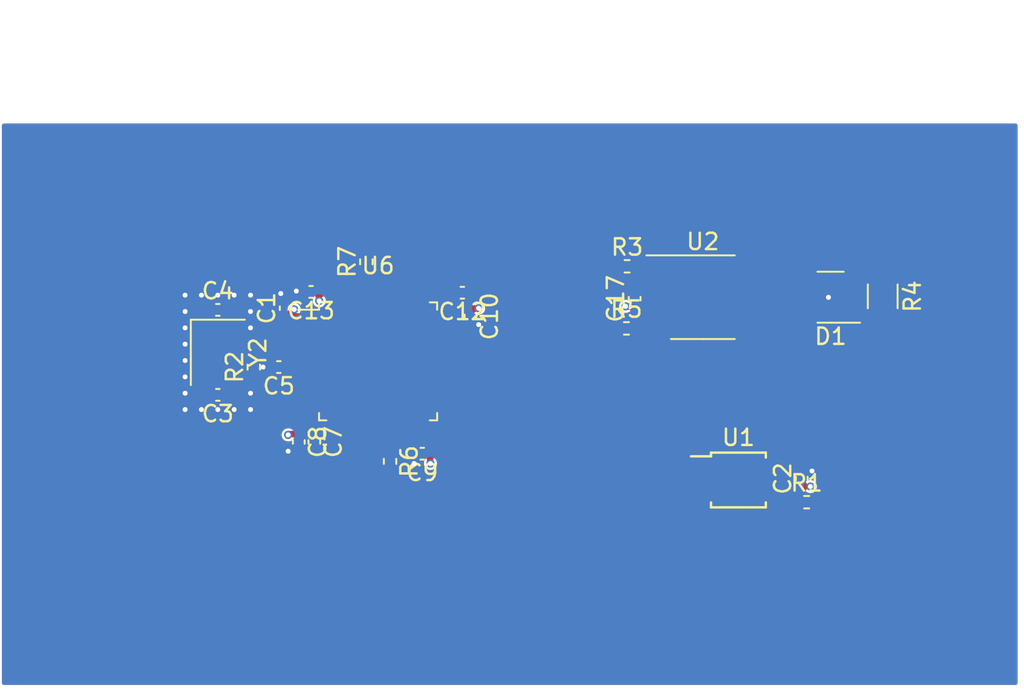
<source format=kicad_pcb>
(kicad_pcb (version 20221018) (generator pcbnew)
  (layers (0 "F.Cu" signal) (1 "In1.Cu" signal) (2 "In2.Cu" signal) (31 "B.Cu" signal) (34 "B.Paste" user) (35 "F.Paste" user) (36 "B.SilkS" user "B.Silkscreen") (37 "F.SilkS" user "F.Silkscreen") (38 "B.Mask" user) (39 "F.Mask" user) (44 "Edge.Cuts" user))
  (net 0 "")
  (net 1 "/D+")
  (net 2 "/D-")
  (net 3 "GND")
  (net 5 "/BOOT0")
  (net 6 "+3V3")
  (net 7 "/USART1_RX")
  (net 8 "/USART1_TX")
  (net 9 "Net-(U2-D)")
  (net 10 "Net-(U2-R)")
  (net 13 "/OSC_IN")
  (net 14 "/OSC_OUT")
  (net 15 "/NRST")
  (net 28 "/BOOT1")
  (net 30 "/CANH")
  (net 31 "/CANL")
  (net 40 "/CAN_RX")
  (net 49 "/CAN_TX")
  (net 50 "Net-(C3-Pad1)")
  (footprint "Capacitor_SMD:C_0402_1005Metric" (layer "F.Cu") (at 133.2 73.85)
    (fp_text reference "C4" (at 0 -1.16) (layer "F.SilkS"))
    (fp_text value "20p")
    (fp_line (start -0.107836 -0.36) (end 0.107836 -0.36) (stroke (width 0.12)) (layer "F.SilkS"))
    (fp_line (start -0.107836 0.36) (end 0.107836 0.36) (stroke (width 0.12)) (layer "F.SilkS"))
    (pad "1" smd roundrect (at -0.48 0) (size 0.56 0.62) (layers "F.Cu" "F.Paste" "F.Mask") (net 13 "/OSC_IN"))
    (pad "2" smd roundrect (at 0.48 0) (size 0.56 0.62) (layers "F.Cu" "F.Paste" "F.Mask") (net 3 "GND"))
  )
  (footprint "Capacitor_SMD:C_0402_1005Metric" (layer "F.Cu") (at 133.2 79.05 180)
    (fp_text reference "C3" (at 0 -1.16) (layer "F.SilkS"))
    (fp_text value "20p")
    (fp_line (start -0.107836 -0.36) (end 0.107836 -0.36) (stroke (width 0.12)) (layer "F.SilkS"))
    (fp_line (start -0.107836 0.36) (end 0.107836 0.36) (stroke (width 0.12)) (layer "F.SilkS"))
    (pad "1" smd roundrect (at -0.48 0 180) (size 0.56 0.62) (layers "F.Cu" "F.Paste" "F.Mask") (net 50 "Net-(C3-Pad1)"))
    (pad "2" smd roundrect (at 0.48 0 180) (size 0.56 0.62) (layers "F.Cu" "F.Paste" "F.Mask") (net 3 "GND"))
  )
  (footprint "Resistor_SMD:R_0402_1005Metric" (layer "F.Cu") (at 169.203954 85.618896)
    (fp_text reference "R1" (at 0 -1.17) (layer "F.SilkS"))
    (fp_text value "4.7K")
    (fp_line (start -0.153641 -0.38) (end 0.153641 -0.38) (stroke (width 0.12)) (layer "F.SilkS"))
    (fp_line (start -0.153641 0.38) (end 0.153641 0.38) (stroke (width 0.12)) (layer "F.SilkS"))
    (pad "1" smd roundrect (at -0.51 0) (size 0.54 0.64) (layers "F.Cu" "F.Paste" "F.Mask") (net 5 "/BOOT0"))
    (pad "2" smd roundrect (at 0.51 0) (size 0.54 0.64) (layers "F.Cu" "F.Paste" "F.Mask") (net 3 "GND"))
  )
  (footprint "Capacitor_SMD:C_0402_1005Metric" (layer "F.Cu") (at 158.686454 73.163896 90)
    (fp_text reference "C17" (at 0 -1.16 90) (layer "F.SilkS"))
    (fp_text value "100n")
    (fp_line (start -0.107836 -0.36) (end 0.107836 -0.36) (stroke (width 0.12)) (layer "F.SilkS"))
    (fp_line (start -0.107836 0.36) (end 0.107836 0.36) (stroke (width 0.12)) (layer "F.SilkS"))
    (pad "1" smd roundrect (at -0.48 0 90) (size 0.56 0.62) (layers "F.Cu" "F.Paste" "F.Mask") (net 6 "+3V3"))
    (pad "2" smd roundrect (at 0.48 0 90) (size 0.56 0.62) (layers "F.Cu" "F.Paste" "F.Mask") (net 3 "GND"))
  )
  (footprint "Resistor_SMD:R_1206_3216Metric" (layer "F.Cu") (at 173.854477 73.024448 -90)
    (fp_text reference "R4" (at 0 -1.82 90) (layer "F.SilkS"))
    (fp_text value "120R")
    (fp_line (start -0.727064 -0.91) (end 0.727064 -0.91) (stroke (width 0.12)) (layer "F.SilkS"))
    (fp_line (start -0.727064 0.91) (end 0.727064 0.91) (stroke (width 0.12)) (layer "F.SilkS"))
    (pad "1" smd roundrect (at -1.4625 0 270) (size 1.125 1.75) (layers "F.Cu" "F.Paste" "F.Mask") (roundrect_rratio 0.222222) (net 30 "/CANH"))
    (pad "2" smd roundrect (at 1.4625 0 270) (size 1.125 1.75) (layers "F.Cu" "F.Paste" "F.Mask") (roundrect_rratio 0.222222) (net 31 "/CANL"))
  )
  (footprint "Resistor_SMD:R_0402_1005Metric" (layer "F.Cu") (at 158.186454 74.983896)
    (fp_text reference "R5" (at 0 -1.17) (layer "F.SilkS"))
    (fp_text value "1K")
    (fp_line (start -0.153641 -0.38) (end 0.153641 -0.38) (stroke (width 0.12)) (layer "F.SilkS"))
    (fp_line (start -0.153641 0.38) (end 0.153641 0.38) (stroke (width 0.12)) (layer "F.SilkS"))
    (pad "1" smd roundrect (at -0.51 0) (size 0.54 0.64) (layers "F.Cu" "F.Paste" "F.Mask") (net 40 "/CAN_RX"))
    (pad "2" smd roundrect (at 0.51 0) (size 0.54 0.64) (layers "F.Cu" "F.Paste" "F.Mask") (net 10 "Net-(U2-R)"))
  )
  (footprint "Package_SO:SOIC-8_3.9x4.9mm_P1.27mm" (layer "F.Cu") (at 162.856977 73.074448)
    (fp_text reference "U2" (at 0 -3.4) (layer "F.SilkS"))
    (fp_text value "SN65HVD230")
    (fp_line (start 0 -2.56) (end -3.45 -2.56) (stroke (width 0.12)) (layer "F.SilkS"))
    (fp_line (start 0 -2.56) (end 1.95 -2.56) (stroke (width 0.12)) (layer "F.SilkS"))
    (fp_line (start 0 2.56) (end -1.95 2.56) (stroke (width 0.12)) (layer "F.SilkS"))
    (fp_line (start 0 2.56) (end 1.95 2.56) (stroke (width 0.12)) (layer "F.SilkS"))
    (pad "1" smd roundrect (at -2.475 -1.905) (size 1.95 0.6) (layers "F.Cu" "F.Paste" "F.Mask") (net 9 "Net-(U2-D)"))
    (pad "2" smd roundrect (at -2.475 -0.635) (size 1.95 0.6) (layers "F.Cu" "F.Paste" "F.Mask") (net 3 "GND"))
    (pad "3" smd roundrect (at -2.475 0.635) (size 1.95 0.6) (layers "F.Cu" "F.Paste" "F.Mask") (net 6 "+3V3"))
    (pad "4" smd roundrect (at -2.475 1.905) (size 1.95 0.6) (layers "F.Cu" "F.Paste" "F.Mask") (net 10 "Net-(U2-R)"))
    (pad "5" smd roundrect (at 2.475 1.905) (size 1.95 0.6) (layers "F.Cu" "F.Paste" "F.Mask"))
    (pad "6" smd roundrect (at 2.475 0.635) (size 1.95 0.6) (layers "F.Cu" "F.Paste" "F.Mask") (net 31 "/CANL"))
    (pad "7" smd roundrect (at 2.475 -0.635) (size 1.95 0.6) (layers "F.Cu" "F.Paste" "F.Mask") (net 30 "/CANH"))
    (pad "8" smd roundrect (at 2.475 -1.905) (size 1.95 0.6) (layers "F.Cu" "F.Paste" "F.Mask") (net 3 "GND"))
  )
  (footprint "Crystal:Crystal_SMD_3225-4Pin_3.2x2.5mm" (layer "F.Cu") (at 133.2 76.45 -90)
    (fp_text reference "Y2" (at 0 -2.45 90) (layer "F.SilkS"))
    (fp_text value "X322512MSB4SI")
    (fp_line (start -2 -1.65) (end -2 1.65) (stroke (width 0.12)) (layer "F.SilkS"))
    (fp_line (start -2 1.65) (end 2 1.65) (stroke (width 0.12)) (layer "F.SilkS"))
    (pad "1" smd rect (at -1.1 0.85 270) (size 1.4 1.2) (layers "F.Cu" "F.Paste" "F.Mask") (net 13 "/OSC_IN"))
    (pad "2" smd rect (at 1.1 0.85 270) (size 1.4 1.2) (layers "F.Cu" "F.Paste" "F.Mask") (net 3 "GND"))
    (pad "3" smd rect (at 1.1 -0.85 270) (size 1.4 1.2) (layers "F.Cu" "F.Paste" "F.Mask") (net 50 "Net-(C3-Pad1)"))
    (pad "4" smd rect (at -1.1 -0.85 270) (size 1.4 1.2) (layers "F.Cu" "F.Paste" "F.Mask") (net 3 "GND"))
  )
  (footprint "Resistor_SMD:R_0402_1005Metric" (layer "F.Cu") (at 142.281977 70.909448 90)
    (fp_text reference "R7" (at 0 -1.17 90) (layer "F.SilkS"))
    (fp_text value "10K")
    (fp_line (start -0.153641 -0.38) (end 0.153641 -0.38) (stroke (width 0.12)) (layer "F.SilkS"))
    (fp_line (start -0.153641 0.38) (end 0.153641 0.38) (stroke (width 0.12)) (layer "F.SilkS"))
    (pad "1" smd roundrect (at -0.51 0 90) (size 0.54 0.64) (layers "F.Cu" "F.Paste" "F.Mask") (net 5 "/BOOT0"))
    (pad "2" smd roundrect (at 0.51 0 90) (size 0.54 0.64) (layers "F.Cu" "F.Paste" "F.Mask") (net 3 "GND"))
  )
  (footprint "Resistor_SMD:R_0402_1005Metric" (layer "F.Cu") (at 143.731977 83.119448 -90)
    (fp_text reference "R6" (at 0 -1.17 90) (layer "F.SilkS"))
    (fp_text value "10K")
    (fp_line (start -0.153641 -0.38) (end 0.153641 -0.38) (stroke (width 0.12)) (layer "F.SilkS"))
    (fp_line (start -0.153641 0.38) (end 0.153641 0.38) (stroke (width 0.12)) (layer "F.SilkS"))
    (pad "1" smd roundrect (at -0.51 0 270) (size 0.54 0.64) (layers "F.Cu" "F.Paste" "F.Mask") (net 28 "/BOOT1"))
    (pad "2" smd roundrect (at 0.51 0 270) (size 0.54 0.64) (layers "F.Cu" "F.Paste" "F.Mask") (net 3 "GND"))
  )
  (footprint "Capacitor_SMD:C_0402_1005Metric" (layer "F.Cu") (at 138.15 81.93 -90)
    (fp_text reference "C8" (at 0 -1.16 90) (layer "F.SilkS"))
    (fp_text value "1u")
    (fp_line (start -0.107836 -0.36) (end 0.107836 -0.36) (stroke (width 0.12)) (layer "F.SilkS"))
    (fp_line (start -0.107836 0.36) (end 0.107836 0.36) (stroke (width 0.12)) (layer "F.SilkS"))
    (pad "1" smd roundrect (at -0.48 0 270) (size 0.56 0.62) (layers "F.Cu" "F.Paste" "F.Mask") (net 6 "+3V3"))
    (pad "2" smd roundrect (at 0.48 0 270) (size 0.56 0.62) (layers "F.Cu" "F.Paste" "F.Mask") (net 3 "GND"))
  )
  (footprint "Capacitor_SMD:C_0402_1005Metric" (layer "F.Cu") (at 136.93 77.35 180)
    (fp_text reference "C5" (at 0 -1.16) (layer "F.SilkS"))
    (fp_text value "100n")
    (fp_line (start -0.107836 -0.36) (end 0.107836 -0.36) (stroke (width 0.12)) (layer "F.SilkS"))
    (fp_line (start -0.107836 0.36) (end 0.107836 0.36) (stroke (width 0.12)) (layer "F.SilkS"))
    (pad "1" smd roundrect (at -0.48 0 180) (size 0.56 0.62) (layers "F.Cu" "F.Paste" "F.Mask") (net 15 "/NRST"))
    (pad "2" smd roundrect (at 0.48 0 180) (size 0.56 0.62) (layers "F.Cu" "F.Paste" "F.Mask") (net 3 "GND"))
  )
  (footprint "Capacitor_SMD:C_0402_1005Metric" (layer "F.Cu") (at 139.1 81.93 -90)
    (fp_text reference "C7" (at 0 -1.16 90) (layer "F.SilkS"))
    (fp_text value "10n")
    (fp_line (start -0.107836 -0.36) (end 0.107836 -0.36) (stroke (width 0.12)) (layer "F.SilkS"))
    (fp_line (start -0.107836 0.36) (end 0.107836 0.36) (stroke (width 0.12)) (layer "F.SilkS"))
    (pad "1" smd roundrect (at -0.48 0 270) (size 0.56 0.62) (layers "F.Cu" "F.Paste" "F.Mask") (net 6 "+3V3"))
    (pad "2" smd roundrect (at 0.48 0 270) (size 0.56 0.62) (layers "F.Cu" "F.Paste" "F.Mask") (net 3 "GND"))
  )
  (footprint "Resistor_SMD:R_0402_1005Metric" (layer "F.Cu") (at 158.226454 71.183896)
    (fp_text reference "R3" (at 0 -1.17) (layer "F.SilkS"))
    (fp_text value "1K")
    (fp_line (start -0.153641 -0.38) (end 0.153641 -0.38) (stroke (width 0.12)) (layer "F.SilkS"))
    (fp_line (start -0.153641 0.38) (end 0.153641 0.38) (stroke (width 0.12)) (layer "F.SilkS"))
    (pad "1" smd roundrect (at -0.51 0) (size 0.54 0.64) (layers "F.Cu" "F.Paste" "F.Mask") (net 49 "/CAN_TX"))
    (pad "2" smd roundrect (at 0.51 0) (size 0.54 0.64) (layers "F.Cu" "F.Paste" "F.Mask") (net 9 "Net-(U2-D)"))
  )
  (footprint "Capacitor_SMD:C_0402_1005Metric" (layer "F.Cu") (at 138.9 72.75 180)
    (fp_text reference "C13" (at 0 -1.16) (layer "F.SilkS"))
    (fp_text value "100n")
    (fp_line (start -0.107836 -0.36) (end 0.107836 -0.36) (stroke (width 0.12)) (layer "F.SilkS"))
    (fp_line (start -0.107836 0.36) (end 0.107836 0.36) (stroke (width 0.12)) (layer "F.SilkS"))
    (pad "1" smd roundrect (at -0.48 0 180) (size 0.56 0.62) (layers "F.Cu" "F.Paste" "F.Mask") (net 6 "+3V3"))
    (pad "2" smd roundrect (at 0.48 0 180) (size 0.56 0.62) (layers "F.Cu" "F.Paste" "F.Mask") (net 3 "GND"))
  )
  (footprint "Capacitor_SMD:C_0402_1005Metric" (layer "F.Cu") (at 145.7 82.65 180)
    (fp_text reference "C9" (at 0 -1.16) (layer "F.SilkS"))
    (fp_text value "100n")
    (fp_line (start -0.107836 -0.36) (end 0.107836 -0.36) (stroke (width 0.12)) (layer "F.SilkS"))
    (fp_line (start -0.107836 0.36) (end 0.107836 0.36) (stroke (width 0.12)) (layer "F.SilkS"))
    (pad "1" smd roundrect (at -0.48 0 180) (size 0.56 0.62) (layers "F.Cu" "F.Paste" "F.Mask") (net 6 "+3V3"))
    (pad "2" smd roundrect (at 0.48 0 180) (size 0.56 0.62) (layers "F.Cu" "F.Paste" "F.Mask") (net 3 "GND"))
  )
  (footprint "Package_SO:MSOP-10_3x3mm_P0.5mm" (layer "F.Cu") (at 165.031977 84.259448)
    (fp_text reference "U1" (at 0 -2.6) (layer "F.SilkS"))
    (fp_text value "CH340X")
    (fp_line (start -1.675 -1.675) (end -1.675 -1.45) (stroke (width 0.15)) (layer "F.SilkS"))
    (fp_line (start -1.675 -1.675) (end 1.675 -1.675) (stroke (width 0.15)) (layer "F.SilkS"))
    (fp_line (start -1.675 -1.45) (end -2.9 -1.45) (stroke (width 0.15)) (layer "F.SilkS"))
    (fp_line (start -1.675 1.675) (end -1.675 1.375) (stroke (width 0.15)) (layer "F.SilkS"))
    (fp_line (start -1.675 1.675) (end 1.675 1.675) (stroke (width 0.15)) (layer "F.SilkS"))
    (fp_line (start 1.675 -1.675) (end 1.675 -1.375) (stroke (width 0.15)) (layer "F.SilkS"))
    (fp_line (start 1.675 1.675) (end 1.675 1.375) (stroke (width 0.15)) (layer "F.SilkS"))
    (pad "1" smd rect (at -2.2 -1) (size 1.4 0.3) (layers "F.Cu" "F.Paste" "F.Mask") (net 1 "/D+"))
    (pad "2" smd rect (at -2.2 -0.5) (size 1.4 0.3) (layers "F.Cu" "F.Paste" "F.Mask") (net 2 "/D-"))
    (pad "3" smd rect (at -2.2 0) (size 1.4 0.3) (layers "F.Cu" "F.Paste" "F.Mask") (net 3 "GND"))
    (pad "4" smd rect (at -2.2 0.5) (size 1.4 0.3) (layers "F.Cu" "F.Paste" "F.Mask") (net 15 "/NRST"))
    (pad "5" smd rect (at -2.2 1) (size 1.4 0.3) (layers "F.Cu" "F.Paste" "F.Mask"))
    (pad "6" smd rect (at 2.2 1) (size 1.4 0.3) (layers "F.Cu" "F.Paste" "F.Mask") (net 5 "/BOOT0"))
    (pad "7" smd rect (at 2.2 0.5) (size 1.4 0.3) (layers "F.Cu" "F.Paste" "F.Mask") (net 6 "+3V3"))
    (pad "8" smd rect (at 2.2 0) (size 1.4 0.3) (layers "F.Cu" "F.Paste" "F.Mask") (net 7 "/USART1_RX"))
    (pad "9" smd rect (at 2.2 -0.5) (size 1.4 0.3) (layers "F.Cu" "F.Paste" "F.Mask") (net 8 "/USART1_TX"))
    (pad "10" smd rect (at 2.2 -1) (size 1.4 0.3) (layers "F.Cu" "F.Paste" "F.Mask") (net 6 "+3V3"))
  )
  (footprint "Capacitor_SMD:C_0402_1005Metric" (layer "F.Cu") (at 137.35 73.75 90)
    (fp_text reference "C1" (at 0 -1.16 90) (layer "F.SilkS"))
    (fp_text value "100n")
    (fp_line (start -0.107836 -0.36) (end 0.107836 -0.36) (stroke (width 0.12)) (layer "F.SilkS"))
    (fp_line (start -0.107836 0.36) (end 0.107836 0.36) (stroke (width 0.12)) (layer "F.SilkS"))
    (pad "1" smd roundrect (at -0.48 0 90) (size 0.56 0.62) (layers "F.Cu" "F.Paste" "F.Mask") (net 6 "+3V3"))
    (pad "2" smd roundrect (at 0.48 0 90) (size 0.56 0.62) (layers "F.Cu" "F.Paste" "F.Mask") (net 3 "GND"))
  )
  (footprint "Resistor_SMD:R_0402_1005Metric" (layer "F.Cu") (at 135.4 77.35 90)
    (fp_text reference "R2" (at 0 -1.17 90) (layer "F.SilkS"))
    (fp_text value "400R")
    (fp_line (start -0.153641 -0.38) (end 0.153641 -0.38) (stroke (width 0.12)) (layer "F.SilkS"))
    (fp_line (start -0.153641 0.38) (end 0.153641 0.38) (stroke (width 0.12)) (layer "F.SilkS"))
    (pad "1" smd roundrect (at -0.51 0 90) (size 0.54 0.64) (layers "F.Cu" "F.Paste" "F.Mask") (net 50 "Net-(C3-Pad1)"))
    (pad "2" smd roundrect (at 0.51 0 90) (size 0.54 0.64) (layers "F.Cu" "F.Paste" "F.Mask") (net 14 "/OSC_OUT"))
  )
  (footprint "Capacitor_SMD:C_0402_1005Metric" (layer "F.Cu") (at 168.903954 84.168896 90)
    (fp_text reference "C2" (at 0 -1.16 90) (layer "F.SilkS"))
    (fp_text value "1u")
    (fp_line (start -0.107836 -0.36) (end 0.107836 -0.36) (stroke (width 0.12)) (layer "F.SilkS"))
    (fp_line (start -0.107836 0.36) (end 0.107836 0.36) (stroke (width 0.12)) (layer "F.SilkS"))
    (pad "1" smd roundrect (at -0.48 0 90) (size 0.56 0.62) (layers "F.Cu" "F.Paste" "F.Mask") (net 6 "+3V3"))
    (pad "2" smd roundrect (at 0.48 0 90) (size 0.56 0.62) (layers "F.Cu" "F.Paste" "F.Mask") (net 3 "GND"))
  )
  (footprint "Package_QFP:LQFP-48_7x7mm_P0.5mm" (layer "F.Cu") (at 143 77)
    (fp_text reference "U6" (at 0 -5.85) (layer "F.SilkS"))
    (fp_text value "STM32F103C8Tx")
    (fp_line (start -3.61 -3.61) (end -3.61 -3.16) (stroke (width 0.12)) (layer "F.SilkS"))
    (fp_line (start -3.61 -3.16) (end -4.9 -3.16) (stroke (width 0.12)) (layer "F.SilkS"))
    (fp_line (start -3.61 3.61) (end -3.61 3.16) (stroke (width 0.12)) (layer "F.SilkS"))
    (fp_line (start -3.16 -3.61) (end -3.61 -3.61) (stroke (width 0.12)) (layer "F.SilkS"))
    (fp_line (start -3.16 3.61) (end -3.61 3.61) (stroke (width 0.12)) (layer "F.SilkS"))
    (fp_line (start 3.16 -3.61) (end 3.61 -3.61) (stroke (width 0.12)) (layer "F.SilkS"))
    (fp_line (start 3.16 3.61) (end 3.61 3.61) (stroke (width 0.12)) (layer "F.SilkS"))
    (fp_line (start 3.61 -3.61) (end 3.61 -3.16) (stroke (width 0.12)) (layer "F.SilkS"))
    (fp_line (start 3.61 3.61) (end 3.61 3.16) (stroke (width 0.12)) (layer "F.SilkS"))
    (pad "1" smd roundrect (at -4.1625 -2.75) (size 1.475 0.3) (layers "F.Cu" "F.Paste" "F.Mask") (net 6 "+3V3"))
    (pad "2" smd roundrect (at -4.1625 -2.25) (size 1.475 0.3) (layers "F.Cu" "F.Paste" "F.Mask"))
    (pad "3" smd roundrect (at -4.1625 -1.75) (size 1.475 0.3) (layers "F.Cu" "F.Paste" "F.Mask"))
    (pad "4" smd roundrect (at -4.1625 -1.25) (size 1.475 0.3) (layers "F.Cu" "F.Paste" "F.Mask"))
    (pad "5" smd roundrect (at -4.1625 -0.75) (size 1.475 0.3) (layers "F.Cu" "F.Paste" "F.Mask") (net 13 "/OSC_IN"))
    (pad "6" smd roundrect (at -4.1625 -0.25) (size 1.475 0.3) (layers "F.Cu" "F.Paste" "F.Mask") (net 14 "/OSC_OUT"))
    (pad "7" smd roundrect (at -4.1625 0.25) (size 1.475 0.3) (layers "F.Cu" "F.Paste" "F.Mask") (net 15 "/NRST"))
    (pad "8" smd roundrect (at -4.1625 0.75) (size 1.475 0.3) (layers "F.Cu" "F.Paste" "F.Mask") (net 3 "GND"))
    (pad "9" smd roundrect (at -4.1625 1.25) (size 1.475 0.3) (layers "F.Cu" "F.Paste" "F.Mask") (net 6 "+3V3"))
    (pad "10" smd roundrect (at -4.1625 1.75) (size 1.475 0.3) (layers "F.Cu" "F.Paste" "F.Mask"))
    (pad "11" smd roundrect (at -4.1625 2.25) (size 1.475 0.3) (layers "F.Cu" "F.Paste" "F.Mask"))
    (pad "12" smd roundrect (at -4.1625 2.75) (size 1.475 0.3) (layers "F.Cu" "F.Paste" "F.Mask"))
    (pad "13" smd roundrect (at -2.75 4.1625) (size 0.3 1.475) (layers "F.Cu" "F.Paste" "F.Mask"))
    (pad "14" smd roundrect (at -2.25 4.1625) (size 0.3 1.475) (layers "F.Cu" "F.Paste" "F.Mask"))
    (pad "15" smd roundrect (at -1.75 4.1625) (size 0.3 1.475) (layers "F.Cu" "F.Paste" "F.Mask"))
    (pad "16" smd roundrect (at -1.25 4.1625) (size 0.3 1.475) (layers "F.Cu" "F.Paste" "F.Mask"))
    (pad "17" smd roundrect (at -0.75 4.1625) (size 0.3 1.475) (layers "F.Cu" "F.Paste" "F.Mask"))
    (pad "18" smd roundrect (at -0.25 4.1625) (size 0.3 1.475) (layers "F.Cu" "F.Paste" "F.Mask"))
    (pad "19" smd roundrect (at 0.25 4.1625) (size 0.3 1.475) (layers "F.Cu" "F.Paste" "F.Mask"))
    (pad "20" smd roundrect (at 0.75 4.1625) (size 0.3 1.475) (layers "F.Cu" "F.Paste" "F.Mask") (net 28 "/BOOT1"))
    (pad "21" smd roundrect (at 1.25 4.1625) (size 0.3 1.475) (layers "F.Cu" "F.Paste" "F.Mask"))
    (pad "22" smd roundrect (at 1.75 4.1625) (size 0.3 1.475) (layers "F.Cu" "F.Paste" "F.Mask"))
    (pad "23" smd roundrect (at 2.25 4.1625) (size 0.3 1.475) (layers "F.Cu" "F.Paste" "F.Mask") (net 3 "GND"))
    (pad "24" smd roundrect (at 2.75 4.1625) (size 0.3 1.475) (layers "F.Cu" "F.Paste" "F.Mask") (net 6 "+3V3"))
    (pad "25" smd roundrect (at 4.1625 2.75) (size 1.475 0.3) (layers "F.Cu" "F.Paste" "F.Mask"))
    (pad "26" smd roundrect (at 4.1625 2.25) (size 1.475 0.3) (layers "F.Cu" "F.Paste" "F.Mask"))
    (pad "27" smd roundrect (at 4.1625 1.75) (size 1.475 0.3) (layers "F.Cu" "F.Paste" "F.Mask"))
    (pad "28" smd roundrect (at 4.1625 1.25) (size 1.475 0.3) (layers "F.Cu" "F.Paste" "F.Mask"))
    (pad "29" smd roundrect (at 4.1625 0.75) (size 1.475 0.3) (layers "F.Cu" "F.Paste" "F.Mask"))
    (pad "30" smd roundrect (at 4.1625 0.25) (size 1.475 0.3) (layers "F.Cu" "F.Paste" "F.Mask") (net 8 "/USART1_TX"))
    (pad "31" smd roundrect (at 4.1625 -0.25) (size 1.475 0.3) (layers "F.Cu" "F.Paste" "F.Mask") (net 7 "/USART1_RX"))
    (pad "32" smd roundrect (at 4.1625 -0.75) (size 1.475 0.3) (layers "F.Cu" "F.Paste" "F.Mask") (net 40 "/CAN_RX"))
    (pad "33" smd roundrect (at 4.1625 -1.25) (size 1.475 0.3) (layers "F.Cu" "F.Paste" "F.Mask") (net 49 "/CAN_TX"))
    (pad "34" smd roundrect (at 4.1625 -1.75) (size 1.475 0.3) (layers "F.Cu" "F.Paste" "F.Mask"))
    (pad "35" smd roundrect (at 4.1625 -2.25) (size 1.475 0.3) (layers "F.Cu" "F.Paste" "F.Mask") (net 3 "GND"))
    (pad "36" smd roundrect (at 4.1625 -2.75) (size 1.475 0.3) (layers "F.Cu" "F.Paste" "F.Mask") (net 6 "+3V3"))
    (pad "37" smd roundrect (at 2.75 -4.1625) (size 0.3 1.475) (layers "F.Cu" "F.Paste" "F.Mask"))
    (pad "38" smd roundrect (at 2.25 -4.1625) (size 0.3 1.475) (layers "F.Cu" "F.Paste" "F.Mask"))
    (pad "39" smd roundrect (at 1.75 -4.1625) (size 0.3 1.475) (layers "F.Cu" "F.Paste" "F.Mask"))
    (pad "40" smd roundrect (at 1.25 -4.1625) (size 0.3 1.475) (layers "F.Cu" "F.Paste" "F.Mask"))
    (pad "41" smd roundrect (at 0.75 -4.1625) (size 0.3 1.475) (layers "F.Cu" "F.Paste" "F.Mask"))
    (pad "42" smd roundrect (at 0.25 -4.1625) (size 0.3 1.475) (layers "F.Cu" "F.Paste" "F.Mask"))
    (pad "43" smd roundrect (at -0.25 -4.1625) (size 0.3 1.475) (layers "F.Cu" "F.Paste" "F.Mask"))
    (pad "44" smd roundrect (at -0.75 -4.1625) (size 0.3 1.475) (layers "F.Cu" "F.Paste" "F.Mask") (net 5 "/BOOT0"))
    (pad "45" smd roundrect (at -1.25 -4.1625) (size 0.3 1.475) (layers "F.Cu" "F.Paste" "F.Mask"))
    (pad "46" smd roundrect (at -1.75 -4.1625) (size 0.3 1.475) (layers "F.Cu" "F.Paste" "F.Mask"))
    (pad "47" smd roundrect (at -2.25 -4.1625) (size 0.3 1.475) (layers "F.Cu" "F.Paste" "F.Mask") (net 3 "GND"))
    (pad "48" smd roundrect (at -2.75 -4.1625) (size 0.3 1.475) (layers "F.Cu" "F.Paste" "F.Mask") (net 6 "+3V3"))
  )
  (footprint "Package_TO_SOT_SMD:SOT-23-3" (layer "F.Cu") (at 170.666977 73.074448 180)
    (fp_text reference "D1" (at 0 -2.4) (layer "F.SilkS"))
    (fp_text value "D_TVS_Dual_AAC")
    (fp_line (start 0 -1.56) (end -1.8 -1.56) (stroke (width 0.12)) (layer "F.SilkS"))
    (fp_line (start 0 -1.56) (end 0.8 -1.56) (stroke (width 0.12)) (layer "F.SilkS"))
    (fp_line (start 0 1.56) (end -0.8 1.56) (stroke (width 0.12)) (layer "F.SilkS"))
    (fp_line (start 0 1.56) (end 0.8 1.56) (stroke (width 0.12)) (layer "F.SilkS"))
    (pad "1" smd roundrect (at -1.1375 -0.95 180) (size 1.325 0.6) (layers "F.Cu" "F.Paste" "F.Mask") (net 31 "/CANL"))
    (pad "2" smd roundrect (at -1.1375 0.95 180) (size 1.325 0.6) (layers "F.Cu" "F.Paste" "F.Mask") (net 30 "/CANH"))
    (pad "3" smd roundrect (at 1.1375 0 180) (size 1.325 0.6) (layers "F.Cu" "F.Paste" "F.Mask") (net 3 "GND"))
  )
  (footprint "Capacitor_SMD:C_0402_1005Metric" (layer "F.Cu") (at 148.15 72.8 180)
    (fp_text reference "C12" (at 0 -1.16) (layer "F.SilkS"))
    (fp_text value "10u")
    (fp_line (start -0.107836 -0.36) (end 0.107836 -0.36) (stroke (width 0.12)) (layer "F.SilkS"))
    (fp_line (start -0.107836 0.36) (end 0.107836 0.36) (stroke (width 0.12)) (layer "F.SilkS"))
    (pad "1" smd roundrect (at -0.48 0 180) (size 0.56 0.62) (layers "F.Cu" "F.Paste" "F.Mask") (net 6 "+3V3"))
    (pad "2" smd roundrect (at 0.48 0 180) (size 0.56 0.62) (layers "F.Cu" "F.Paste" "F.Mask") (net 3 "GND"))
  )
  (footprint "Capacitor_SMD:C_0402_1005Metric" (layer "F.Cu") (at 148.65 74.25 -90)
    (fp_text reference "C10" (at 0 -1.16 90) (layer "F.SilkS"))
    (fp_text value "100n")
    (fp_line (start -0.107836 -0.36) (end 0.107836 -0.36) (stroke (width 0.12)) (layer "F.SilkS"))
    (fp_line (start -0.107836 0.36) (end 0.107836 0.36) (stroke (width 0.12)) (layer "F.SilkS"))
    (pad "1" smd roundrect (at -0.48 0 270) (size 0.56 0.62) (layers "F.Cu" "F.Paste" "F.Mask") (net 6 "+3V3"))
    (pad "2" smd roundrect (at 0.48 0 270) (size 0.56 0.62) (layers "F.Cu" "F.Paste" "F.Mask") (net 3 "GND"))
  )
  (segment (start 169.529477 73.074448) (end 170.527006 73.074448) (width 0.4) (layer "F.Cu") (net 3))
  (segment (start 135.2 74.95) (end 135.2 73.95) (width 0.4) (layer "F.Cu") (net 3))
  (segment (start 137.59 82.41) (end 137.5 82.5) (width 0.4) (layer "F.Cu") (net 3))
  (segment (start 138.15 82.41) (end 137.59 82.41) (width 0.4) (layer "F.Cu") (net 3))
  (segment (start 137.35 73.27) (end 137.35 73.15) (width 0.4) (layer "F.Cu") (net 3))
  (segment (start 135.2 79.95) (end 135.2 78.95) (width 0.4) (layer "F.Cu") (net 3))
  (segment (start 131.2 73.95) (end 131.2 74.95) (width 0.4) (layer "F.Cu") (net 3))
  (segment (start 131.2 78.95) (end 131.2 79.95) (width 0.4) (layer "F.Cu") (net 3))
  (segment (start 135.2 72.95) (end 134.2 72.95) (width 0.4) (layer "F.Cu") (net 3))
  (segment (start 135.2 74.95) (end 135.2 75.85) (width 0.4) (layer "F.Cu") (net 3))
  (segment (start 145.22 83.23) (end 145.2 83.25) (width 0.4) (layer "F.Cu") (net 3))
  (segment (start 131.2 76.95) (end 131.2 77.95) (width 0.4) (layer "F.Cu") (net 3))
  (segment (start 138.05 72.75) (end 138.42 72.75) (width 0.4) (layer "F.Cu") (net 3))
  (segment (start 168.903954 83.688896) (end 169.511425 83.688896) (width 0.25) (layer "F.Cu") (net 3))
  (segment (start 169.511425 83.688896) (end 169.531977 83.709448) (width 0.25) (layer "F.Cu") (net 3))
  (segment (start 158.930902 72.439448) (end 158.686454 72.683896) (width 0.4) (layer "F.Cu") (net 3))
  (segment (start 135.2 73.95) (end 135.2 72.95) (width 0.4) (layer "F.Cu") (net 3))
  (segment (start 131.2 77.95) (end 131.2 78.95) (width 0.4) (layer "F.Cu") (net 3))
  (segment (start 133.2 79.95) (end 134.2 79.95) (width 0.4) (layer "F.Cu") (net 3))
  (segment (start 149.15 74.75) (end 149.13 74.73) (width 0.4) (layer "F.Cu") (net 3))
  (segment (start 132.2 72.95) (end 131.2 72.95) (width 0.4) (layer "F.Cu") (net 3))
  (segment (start 149.13 74.73) (end 148.65 74.73) (width 0.4) (layer "F.Cu") (net 3))
  (segment (start 134.2 72.95) (end 133.2 72.95) (width 0.4) (layer "F.Cu") (net 3))
  (segment (start 145.22 82.65) (end 145.22 83.23) (width 0.4) (layer "F.Cu") (net 3))
  (segment (start 139.1 82.41) (end 138.15 82.41) (width 0.4) (layer "F.Cu") (net 3))
  (segment (start 131.2 74.95) (end 131.2 75.95) (width 0.4) (layer "F.Cu") (net 3))
  (segment (start 138 72.7) (end 138.05 72.75) (width 0.4) (layer "F.Cu") (net 3))
  (segment (start 133.2 72.95) (end 132.2 72.95) (width 0.4) (layer "F.Cu") (net 3))
  (segment (start 132.2 79.95) (end 133.2 79.95) (width 0.4) (layer "F.Cu") (net 3))
  (segment (start 170.527006 73.074448) (end 170.536454 73.083896) (width 0.4) (layer "F.Cu") (net 3))
  (segment (start 136.45 77.35) (end 135.965945 77.35) (width 0.15) (layer "F.Cu") (net 3))
  (segment (start 131.2 72.95) (end 131.2 73.95) (width 0.4) (layer "F.Cu") (net 3))
  (segment (start 160.381977 72.439448) (end 158.930902 72.439448) (width 0.4) (layer "F.Cu") (net 3))
  (segment (start 137.35 73.15) (end 137.05 72.85) (width 0.4) (layer "F.Cu") (net 3))
  (segment (start 135.965945 77.35) (end 135.96591 77.350035) (width 0.15) (layer "F.Cu") (net 3))
  (segment (start 131.2 75.95) (end 131.2 76.95) (width 0.4) (layer "F.Cu") (net 3))
  (segment (start 131.2 79.95) (end 132.2 79.95) (width 0.4) (layer "F.Cu") (net 3))
  (segment (start 134.2 79.95) (end 135.2 79.95) (width 0.4) (layer "F.Cu") (net 3))
  (via (at 138 72.7) (size 0.5) (drill 0.3) (layers "F.Cu" "B.Cu") (net 3))
  (via (at 135.2 73.95) (size 0.5) (drill 0.3) (layers "F.Cu" "B.Cu") (net 3))
  (via (at 169.531977 83.709448) (size 0.5) (drill 0.3) (layers "F.Cu" "B.Cu") (net 3))
  (via (at 137.05 72.85) (size 0.5) (drill 0.3) (layers "F.Cu" "B.Cu") (net 3))
  (via (at 131.2 77.95) (size 0.5) (drill 0.3) (layers "F.Cu" "B.Cu") (net 3))
  (via (at 135.96591 77.350035) (size 0.5) (drill 0.3) (layers "F.Cu" "B.Cu") (net 3))
  (via (at 131.2 74.95) (size 0.5) (drill 0.3) (layers "F.Cu" "B.Cu") (net 3))
  (via (at 134.2 72.95) (size 0.5) (drill 0.3) (layers "F.Cu" "B.Cu") (net 3))
  (via (at 145.2 83.25) (size 0.5) (drill 0.3) (layers "F.Cu" "B.Cu") (net 3))
  (via (at 170.536454 73.083896) (size 0.5) (drill 0.3) (layers "F.Cu" "B.Cu") (net 3))
  (via (at 131.2 79.95) (size 0.5) (drill 0.3) (layers "F.Cu" "B.Cu") (net 3))
  (via (at 131.2 75.95) (size 0.5) (drill 0.3) (layers "F.Cu" "B.Cu") (net 3))
  (via (at 135.2 74.95) (size 0.5) (drill 0.3) (layers "F.Cu" "B.Cu") (net 3))
  (via (at 134.2 79.95) (size 0.5) (drill 0.3) (layers "F.Cu" "B.Cu") (net 3))
  (via (at 131.2 76.95) (size 0.5) (drill 0.3) (layers "F.Cu" "B.Cu") (net 3))
  (via (at 131.2 73.95) (size 0.5) (drill 0.3) (layers "F.Cu" "B.Cu") (net 3))
  (via (at 135.2 72.95) (size 0.5) (drill 0.3) (layers "F.Cu" "B.Cu") (net 3))
  (via (at 149.15 74.75) (size 0.5) (drill 0.3) (layers "F.Cu" "B.Cu") (net 3))
  (via (at 133.2 79.95) (size 0.5) (drill 0.3) (layers "F.Cu" "B.Cu") (net 3))
  (via (at 132.2 79.95) (size 0.5) (drill 0.3) (layers "F.Cu" "B.Cu") (net 3))
  (via (at 137.5 82.5) (size 0.5) (drill 0.3) (layers "F.Cu" "B.Cu") (net 3))
  (via (at 131.2 78.95) (size 0.5) (drill 0.3) (layers "F.Cu" "B.Cu") (net 3))
  (via (at 132.2 72.95) (size 0.5) (drill 0.3) (layers "F.Cu" "B.Cu") (net 3))
  (via (at 133.2 72.95) (size 0.5) (drill 0.3) (layers "F.Cu" "B.Cu") (net 3))
  (via (at 131.2 72.95) (size 0.5) (drill 0.3) (layers "F.Cu" "B.Cu") (net 3))
  (via (at 135.2 78.95) (size 0.5) (drill 0.3) (layers "F.Cu" "B.Cu") (net 3))
  (via (at 135.2 79.95) (size 0.5) (drill 0.3) (layers "F.Cu" "B.Cu") (net 3))
  (segment (start 142.25 71.451425) (end 142.281977 71.419448) (width 0.15) (layer "F.Cu") (net 5))
  (segment (start 142.25 72.8375) (end 142.25 71.451425) (width 0.15) (layer "F.Cu") (net 5))
  (segment (start 168.334506 85.259448) (end 168.693954 85.618896) (width 0.25) (layer "F.Cu") (net 5))
  (segment (start 167.231977 85.259448) (end 168.334506 85.259448) (width 0.25) (layer "F.Cu") (net 5))
  (segment (start 139.38 72.75) (end 139.38 73.28) (width 0.4) (layer "F.Cu") (net 6))
  (segment (start 137.55 81.45) (end 137.5 81.5) (width 0.4) (layer "F.Cu") (net 6))
  (segment (start 139.1 81.45) (end 138.15 81.45) (width 0.4) (layer "F.Cu") (net 6))
  (segment (start 137.460333 74.23) (end 137.868486 73.821847) (width 0.4) (layer "F.Cu") (net 6))
  (segment (start 168.253954 83.331425) (end 168.253954 84.759448) (width 0.25) (layer "F.Cu") (net 6))
  (segment (start 137.35 74.23) (end 137.460333 74.23) (width 0.4) (layer "F.Cu") (net 6))
  (segment (start 149.15 73.75) (end 149.13 73.77) (width 0.4) (layer "F.Cu") (net 6))
  (segment (start 140.25 72.8375) (end 139.4675 72.8375) (width 0.4) (layer "F.Cu") (net 6))
  (segment (start 139.676041 78.25) (end 139.925 78.498959) (width 0.4) (layer "F.Cu") (net 6))
  (segment (start 169.421425 84.648896) (end 169.431977 84.659448) (width 0.25) (layer "F.Cu") (net 6))
  (segment (start 139.4675 72.8375) (end 139.38 72.75) (width 0.4) (layer "F.Cu") (net 6))
  (segment (start 149.13 73.77) (end 148.65 73.77) (width 0.4) (layer "F.Cu") (net 6))
  (segment (start 139.925 78.498959) (end 139.925 80.148959) (width 0.4) (layer "F.Cu") (net 6))
  (segment (start 158.686454 73.643896) (end 158.141425 73.643896) (width 0.4) (layer "F.Cu") (net 6))
  (segment (start 148.53 73.77) (end 148.65 73.77) (width 0.4) (layer "F.Cu") (net 6))
  (segment (start 139.38 73.28) (end 139.4 73.3) (width 0.4) (layer "F.Cu") (net 6))
  (segment (start 146.18 82.65) (end 146.18 83.23) (width 0.4) (layer "F.Cu") (net 6))
  (segment (start 138.8375 78.25) (end 139.676041 78.25) (width 0.4) (layer "F.Cu") (net 6))
  (segment (start 148.63 73.75) (end 148.65 73.77) (width 0.4) (layer "F.Cu") (net 6))
  (segment (start 147.1625 74.25) (end 148.05 74.25) (width 0.4) (layer "F.Cu") (net 6))
  (segment (start 168.903954 84.648896) (end 169.421425 84.648896) (width 0.25) (layer "F.Cu") (net 6))
  (segment (start 145.75 82) (end 145.75 81.1625) (width 0.4) (layer "F.Cu") (net 6))
  (segment (start 168.903954 84.648896) (end 168.793402 84.759448) (width 0.25) (layer "F.Cu") (net 6))
  (segment (start 138.8375 74.25) (end 137.37 74.25) (width 0.4) (layer "F.Cu") (net 6))
  (segment (start 158.141425 73.643896) (end 158.131977 73.634448) (width 0.4) (layer "F.Cu") (net 6))
  (segment (start 146.18 82.65) (end 146.18 82.43) (width 0.4) (layer "F.Cu") (net 6))
  (segment (start 160.316425 73.643896) (end 160.381977 73.709448) (width 0.4) (layer "F.Cu") (net 6))
  (segment (start 148.05 74.25) (end 148.53 73.77) (width 0.4) (layer "F.Cu") (net 6))
  (segment (start 146.18 83.23) (end 146.2 83.25) (width 0.4) (layer "F.Cu") (net 6))
  (segment (start 158.686454 73.643896) (end 160.316425 73.643896) (width 0.4) (layer "F.Cu") (net 6))
  (segment (start 148.63 72.8) (end 148.63 73.75) (width 0.4) (layer "F.Cu") (net 6))
  (segment (start 168.181977 83.259448) (end 168.253954 83.331425) (width 0.25) (layer "F.Cu") (net 6))
  (segment (start 168.793402 84.759448) (end 168.253954 84.759448) (width 0.25) (layer "F.Cu") (net 6))
  (segment (start 139.925 80.148959) (end 139.1 80.973959) (width 0.4) (layer "F.Cu") (net 6))
  (segment (start 137.37 74.25) (end 137.35 74.23) (width 0.4) (layer "F.Cu") (net 6))
  (segment (start 168.253954 84.759448) (end 167.231977 84.759448) (width 0.25) (layer "F.Cu") (net 6))
  (segment (start 139.1 80.973959) (end 139.1 81.45) (width 0.4) (layer "F.Cu") (net 6))
  (segment (start 146.18 82.43) (end 145.75 82) (width 0.4) (layer "F.Cu") (net 6))
  (segment (start 167.231977 83.259448) (end 168.181977 83.259448) (width 0.25) (layer "F.Cu") (net 6))
  (segment (start 138.15 81.45) (end 137.55 81.45) (width 0.4) (layer "F.Cu") (net 6))
  (via (at 137.868486 73.821847) (size 0.5) (drill 0.3) (layers "F.Cu" "B.Cu") (net 6))
  (via (at 139.4 73.3) (size 0.5) (drill 0.3) (layers "F.Cu" "B.Cu") (net 6))
  (via (at 158.131977 73.634448) (size 0.5) (drill 0.3) (layers "F.Cu" "B.Cu") (net 6))
  (via (at 149.15 73.75) (size 0.5) (drill 0.3) (layers "F.Cu" "B.Cu") (net 6))
  (via (at 169.431977 84.659448) (size 0.5) (drill 0.3) (layers "F.Cu" "B.Cu") (net 6))
  (via (at 137.5 81.5) (size 0.5) (drill 0.3) (layers "F.Cu" "B.Cu") (net 6))
  (via (at 146.2 83.25) (size 0.5) (drill 0.3) (layers "F.Cu" "B.Cu") (net 6))
  (segment (start 158.736454 71.183896) (end 160.367529 71.183896) (width 0.4) (layer "F.Cu") (net 9))
  (segment (start 160.367529 71.183896) (end 160.381977 71.169448) (width 0.4) (layer "F.Cu") (net 9))
  (segment (start 160.377529 74.983896) (end 160.381977 74.979448) (width 0.4) (layer "F.Cu") (net 10))
  (segment (start 158.696454 74.983896) (end 160.377529 74.983896) (width 0.4) (layer "F.Cu") (net 10))
  (segment (start 138.8125 76.275) (end 133.275 76.275) (width 0.15) (layer "F.Cu") (net 13))
  (segment (start 133.275 76.275) (end 132.35 75.35) (width 0.15) (layer "F.Cu") (net 13))
  (segment (start 132.35 74.22) (end 132.35 75.35) (width 0.15) (layer "F.Cu") (net 13))
  (segment (start 138.8375 76.25) (end 138.8125 76.275) (width 0.15) (layer "F.Cu") (net 13))
  (segment (start 132.72 73.85) (end 132.35 74.22) (width 0.15) (layer "F.Cu") (net 13))
  (segment (start 135.49 76.75) (end 135.4 76.84) (width 0.15) (layer "F.Cu") (net 14))
  (segment (start 138.8375 76.75) (end 135.49 76.75) (width 0.15) (layer "F.Cu") (net 14))
  (segment (start 137.51 77.25) (end 137.41 77.35) (width 0.15) (layer "F.Cu") (net 15))
  (segment (start 138.8375 77.25) (end 137.51 77.25) (width 0.15) (layer "F.Cu") (net 15))
  (segment (start 143.75 82.591425) (end 143.731977 82.609448) (width 0.15) (layer "F.Cu") (net 28))
  (segment (start 143.75 81.1625) (end 143.75 82.591425) (width 0.15) (layer "F.Cu") (net 28))
  (segment (start 171.804477 72.124448) (end 175.554477 72.124448) (width 0.4) (layer "F.Cu") (net 30))
  (segment (start 167.654477 72.439448) (end 165.331977 72.439448) (width 0.4) (layer "F.Cu") (net 30))
  (segment (start 167.654477 72.439448) (end 167.969477 72.124448) (width 0.4) (layer "F.Cu") (net 30))
  (segment (start 175.554477 72.124448) (end 176.154477 72.724448) (width 0.4) (layer "F.Cu") (net 30))
  (segment (start 167.969477 72.124448) (end 171.804477 72.124448) (width 0.4) (layer "F.Cu") (net 30))
  (segment (start 171.804477 74.024448) (end 175.604477 74.024448) (width 0.4) (layer "F.Cu") (net 31))
  (segment (start 175.604477 74.024448) (end 176.154477 73.474448) (width 0.4) (layer "F.Cu") (net 31))
  (segment (start 168.204477 74.024448) (end 171.804477 74.024448) (width 0.4) (layer "F.Cu") (net 31))
  (segment (start 165.331977 73.709448) (end 167.889477 73.709448) (width 0.4) (layer "F.Cu") (net 31))
  (segment (start 167.889477 73.709448) (end 168.204477 74.024448) (width 0.4) (layer "F.Cu") (net 31))
  (segment (start 135.4 77.86) (end 134.36 77.86) (width 0.15) (layer "F.Cu") (net 50))
  (segment (start 133.68 79.05) (end 134.05 78.68) (width 0.15) (layer "F.Cu") (net 50))
  (segment (start 134.05 78.68) (end 134.05 77.55) (width 0.15) (layer "F.Cu") (net 50))
  (segment (start 134.36 77.86) (end 134.05 77.55) (width 0.15) (layer "F.Cu") (net 50))
  (zone (net 0) (net_name "") (layers "F.Cu" "In1.Cu" "In2.Cu") (connect_pads (clearance 0)) (min_thickness 0.25)
    (keepout (tracks not_allowed) (vias allowed) (pads allowed) (copperpour not_allowed) (footprints allowed))
    (fill (thermal_gap 0.5) (thermal_bridge_width 0.5))
    (polygon (pts (xy 135.45 75.95) (xy 135.45 72.7) (xy 130.95 72.7) (xy 130.95 80.2) (xy 135.45 80.2) (xy 135.45 77.2) (xy 135.7 77.2) (xy 135.7 80.45) (xy 130.7 80.45) (xy 130.7 72.45) (xy 135.7 72.45) (xy 135.7 75.95)))
  )
  (zone (net 3) (net_name "GND") (layers "F.Cu" "In1.Cu" "B.Cu") (connect_pads (clearance 0)) (min_thickness 0.25) (fill yes (thermal_gap 0.2) (thermal_bridge_width 0.4))
    (polygon (pts (xy 120 62.45) (xy 120 96.8) (xy 182.1 96.8) (xy 182.1 62.45)))
  )
)
</source>
